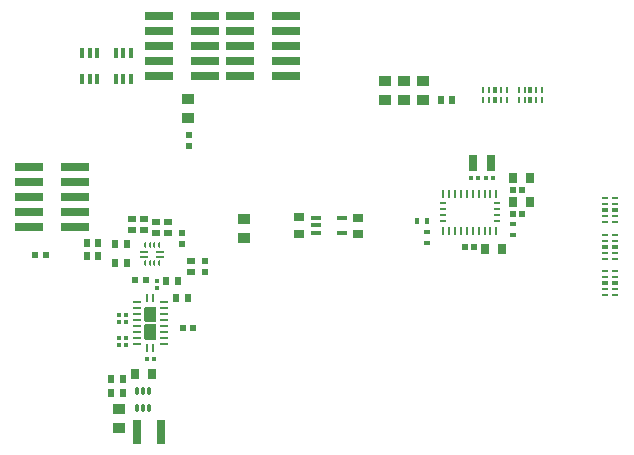
<source format=gbp>
G04*
G04 #@! TF.GenerationSoftware,Altium Limited,Altium Designer,22.1.2 (22)*
G04*
G04 Layer_Color=128*
%FSLAX44Y44*%
%MOMM*%
G71*
G04*
G04 #@! TF.SameCoordinates,1DDC4F2B-D6A1-42C8-8689-2AC68E1864CF*
G04*
G04*
G04 #@! TF.FilePolarity,Positive*
G04*
G01*
G75*
%ADD25R,0.5500X0.6500*%
G04:AMPARAMS|DCode=30|XSize=0.2mm|YSize=0.565mm|CornerRadius=0.05mm|HoleSize=0mm|Usage=FLASHONLY|Rotation=0.000|XOffset=0mm|YOffset=0mm|HoleType=Round|Shape=RoundedRectangle|*
%AMROUNDEDRECTD30*
21,1,0.2000,0.4650,0,0,0.0*
21,1,0.1000,0.5650,0,0,0.0*
1,1,0.1000,0.0500,-0.2325*
1,1,0.1000,-0.0500,-0.2325*
1,1,0.1000,-0.0500,0.2325*
1,1,0.1000,0.0500,0.2325*
%
%ADD30ROUNDEDRECTD30*%
G04:AMPARAMS|DCode=31|XSize=0.4mm|YSize=0.565mm|CornerRadius=0.05mm|HoleSize=0mm|Usage=FLASHONLY|Rotation=0.000|XOffset=0mm|YOffset=0mm|HoleType=Round|Shape=RoundedRectangle|*
%AMROUNDEDRECTD31*
21,1,0.4000,0.4650,0,0,0.0*
21,1,0.3000,0.5650,0,0,0.0*
1,1,0.1000,0.1500,-0.2325*
1,1,0.1000,-0.1500,-0.2325*
1,1,0.1000,-0.1500,0.2325*
1,1,0.1000,0.1500,0.2325*
%
%ADD31ROUNDEDRECTD31*%
%ADD34R,1.0000X0.9000*%
%ADD93R,0.3600X0.3200*%
%ADD94R,0.3200X0.3600*%
G04:AMPARAMS|DCode=95|XSize=0.25mm|YSize=0.6mm|CornerRadius=0.025mm|HoleSize=0mm|Usage=FLASHONLY|Rotation=90.000|XOffset=0mm|YOffset=0mm|HoleType=Round|Shape=RoundedRectangle|*
%AMROUNDEDRECTD95*
21,1,0.2500,0.5500,0,0,90.0*
21,1,0.2000,0.6000,0,0,90.0*
1,1,0.0500,0.2750,0.1000*
1,1,0.0500,0.2750,-0.1000*
1,1,0.0500,-0.2750,-0.1000*
1,1,0.0500,-0.2750,0.1000*
%
%ADD95ROUNDEDRECTD95*%
G04:AMPARAMS|DCode=96|XSize=0.25mm|YSize=0.6mm|CornerRadius=0.025mm|HoleSize=0mm|Usage=FLASHONLY|Rotation=180.000|XOffset=0mm|YOffset=0mm|HoleType=Round|Shape=RoundedRectangle|*
%AMROUNDEDRECTD96*
21,1,0.2500,0.5500,0,0,180.0*
21,1,0.2000,0.6000,0,0,180.0*
1,1,0.0500,-0.1000,0.2750*
1,1,0.0500,0.1000,0.2750*
1,1,0.0500,0.1000,-0.2750*
1,1,0.0500,-0.1000,-0.2750*
%
%ADD96ROUNDEDRECTD96*%
%ADD98R,0.6200X0.6200*%
%ADD99R,0.7500X1.4000*%
G04:AMPARAMS|DCode=100|XSize=0.2mm|YSize=0.7mm|CornerRadius=0.05mm|HoleSize=0mm|Usage=FLASHONLY|Rotation=270.000|XOffset=0mm|YOffset=0mm|HoleType=Round|Shape=RoundedRectangle|*
%AMROUNDEDRECTD100*
21,1,0.2000,0.6000,0,0,270.0*
21,1,0.1000,0.7000,0,0,270.0*
1,1,0.1000,-0.3000,-0.0500*
1,1,0.1000,-0.3000,0.0500*
1,1,0.1000,0.3000,0.0500*
1,1,0.1000,0.3000,-0.0500*
%
%ADD100ROUNDEDRECTD100*%
G04:AMPARAMS|DCode=101|XSize=0.2mm|YSize=0.5mm|CornerRadius=0.05mm|HoleSize=0mm|Usage=FLASHONLY|Rotation=180.000|XOffset=0mm|YOffset=0mm|HoleType=Round|Shape=RoundedRectangle|*
%AMROUNDEDRECTD101*
21,1,0.2000,0.4000,0,0,180.0*
21,1,0.1000,0.5000,0,0,180.0*
1,1,0.1000,-0.0500,0.2000*
1,1,0.1000,0.0500,0.2000*
1,1,0.1000,0.0500,-0.2000*
1,1,0.1000,-0.0500,-0.2000*
%
%ADD101ROUNDEDRECTD101*%
%ADD102R,0.2500X0.6750*%
%ADD103R,0.5750X0.2500*%
%ADD105R,0.3500X0.8500*%
G04:AMPARAMS|DCode=106|XSize=0.3mm|YSize=0.67mm|CornerRadius=0.0495mm|HoleSize=0mm|Usage=FLASHONLY|Rotation=180.000|XOffset=0mm|YOffset=0mm|HoleType=Round|Shape=RoundedRectangle|*
%AMROUNDEDRECTD106*
21,1,0.3000,0.5710,0,0,180.0*
21,1,0.2010,0.6700,0,0,180.0*
1,1,0.0990,-0.1005,0.2855*
1,1,0.0990,0.1005,0.2855*
1,1,0.0990,0.1005,-0.2855*
1,1,0.0990,-0.1005,-0.2855*
%
%ADD106ROUNDEDRECTD106*%
%ADD107R,0.6500X0.5500*%
%ADD108R,0.7000X0.9000*%
%ADD109R,0.5500X0.4500*%
%ADD110R,0.4500X0.5500*%
%ADD111R,0.8000X2.0000*%
%ADD112R,2.4000X0.7600*%
G04:AMPARAMS|DCode=113|XSize=0.2mm|YSize=0.565mm|CornerRadius=0.05mm|HoleSize=0mm|Usage=FLASHONLY|Rotation=90.000|XOffset=0mm|YOffset=0mm|HoleType=Round|Shape=RoundedRectangle|*
%AMROUNDEDRECTD113*
21,1,0.2000,0.4650,0,0,90.0*
21,1,0.1000,0.5650,0,0,90.0*
1,1,0.1000,0.2325,0.0500*
1,1,0.1000,0.2325,-0.0500*
1,1,0.1000,-0.2325,-0.0500*
1,1,0.1000,-0.2325,0.0500*
%
%ADD113ROUNDEDRECTD113*%
G04:AMPARAMS|DCode=114|XSize=0.4mm|YSize=0.565mm|CornerRadius=0.05mm|HoleSize=0mm|Usage=FLASHONLY|Rotation=90.000|XOffset=0mm|YOffset=0mm|HoleType=Round|Shape=RoundedRectangle|*
%AMROUNDEDRECTD114*
21,1,0.4000,0.4650,0,0,90.0*
21,1,0.3000,0.5650,0,0,90.0*
1,1,0.1000,0.2325,0.1500*
1,1,0.1000,0.2325,-0.1500*
1,1,0.1000,-0.2325,-0.1500*
1,1,0.1000,-0.2325,0.1500*
%
%ADD114ROUNDEDRECTD114*%
%ADD115R,0.6200X0.6200*%
%ADD116R,0.5200X0.5200*%
%ADD117R,0.9000X0.7000*%
%ADD142R,0.8500X0.3500*%
G36*
X116000Y105000D02*
Y104801D01*
X116152Y104434D01*
X116434Y104152D01*
X116801Y104000D01*
X117000D01*
D01*
X125000D01*
X125199D01*
X125567Y104152D01*
X125848Y104434D01*
X126000Y104801D01*
Y105000D01*
D01*
Y116000D01*
Y116199D01*
X125848Y116567D01*
X125567Y116848D01*
X125199Y117000D01*
X125000D01*
D01*
X117000D01*
X116801D01*
X116434Y116848D01*
X116152Y116567D01*
X116000Y116199D01*
Y116000D01*
D01*
Y105000D01*
D02*
G37*
G36*
X126000Y131000D02*
Y131199D01*
X125848Y131567D01*
X125567Y131848D01*
X125199Y132000D01*
X125000D01*
D01*
X117000D01*
X116801D01*
X116434Y131848D01*
X116152Y131567D01*
X116000Y131199D01*
Y131000D01*
D01*
Y120000D01*
Y119801D01*
X116152Y119434D01*
X116434Y119152D01*
X116801Y119000D01*
X117000D01*
D01*
X125000D01*
X125199D01*
X125567Y119152D01*
X125848Y119434D01*
X126000Y119801D01*
Y120000D01*
D01*
Y131000D01*
D02*
G37*
D25*
X366700Y306500D02*
D03*
X376700D02*
D03*
X67000Y186000D02*
D03*
X77000D02*
D03*
X67000Y175000D02*
D03*
X77000D02*
D03*
X101000Y185000D02*
D03*
X91000D02*
D03*
X101000Y169000D02*
D03*
X91000D02*
D03*
X144501Y153249D02*
D03*
X134501D02*
D03*
X153000Y139000D02*
D03*
X143000D02*
D03*
X97900Y70300D02*
D03*
X87900D02*
D03*
X88000Y58600D02*
D03*
X98000D02*
D03*
D30*
X422900Y315125D02*
D03*
X417900D02*
D03*
X407900D02*
D03*
X402900D02*
D03*
Y306775D02*
D03*
X407900D02*
D03*
X417900D02*
D03*
X422900D02*
D03*
X452800Y315125D02*
D03*
X447800D02*
D03*
X437800D02*
D03*
X432800D02*
D03*
Y306775D02*
D03*
X437800D02*
D03*
X447800D02*
D03*
X452800D02*
D03*
D31*
X412900Y315125D02*
D03*
Y306775D02*
D03*
X442800Y315125D02*
D03*
Y306775D02*
D03*
D34*
X336000Y306800D02*
D03*
Y322800D02*
D03*
X352000Y306800D02*
D03*
Y322800D02*
D03*
X319700Y306800D02*
D03*
Y322800D02*
D03*
X153000Y291500D02*
D03*
Y307500D02*
D03*
X200000Y206000D02*
D03*
Y190000D02*
D03*
X94700Y29000D02*
D03*
Y45000D02*
D03*
D93*
X123843Y87562D02*
D03*
X118243D02*
D03*
X100301Y99249D02*
D03*
X94701D02*
D03*
X100301Y105249D02*
D03*
X94701D02*
D03*
X100301Y119249D02*
D03*
X94701D02*
D03*
X100301Y125249D02*
D03*
X94701D02*
D03*
X405476Y240664D02*
D03*
X411076D02*
D03*
X398122D02*
D03*
X392522D02*
D03*
D94*
X126554Y147770D02*
D03*
Y153370D02*
D03*
D95*
X109500Y130500D02*
D03*
Y135500D02*
D03*
Y110500D02*
D03*
Y115500D02*
D03*
Y120500D02*
D03*
Y125500D02*
D03*
Y100500D02*
D03*
Y105500D02*
D03*
X132500Y100500D02*
D03*
Y115500D02*
D03*
Y120500D02*
D03*
Y135500D02*
D03*
Y110500D02*
D03*
Y105500D02*
D03*
Y130500D02*
D03*
Y125500D02*
D03*
D96*
X123500Y139500D02*
D03*
X118500D02*
D03*
Y96500D02*
D03*
X123500D02*
D03*
D98*
X147600Y185000D02*
D03*
Y194000D02*
D03*
X167000Y161500D02*
D03*
Y170500D02*
D03*
X154000Y268024D02*
D03*
Y277024D02*
D03*
D99*
X394523Y253930D02*
D03*
X409123D02*
D03*
D100*
X116002Y174249D02*
D03*
Y178249D02*
D03*
X129002D02*
D03*
Y174249D02*
D03*
D101*
X116502Y183748D02*
D03*
X120502D02*
D03*
X124502D02*
D03*
X128502D02*
D03*
Y168748D02*
D03*
X124502D02*
D03*
X120502D02*
D03*
X116502D02*
D03*
D102*
X413996Y227511D02*
D03*
X368996D02*
D03*
X373996D02*
D03*
X378996D02*
D03*
X383996D02*
D03*
X388996D02*
D03*
X393996D02*
D03*
X398996D02*
D03*
X403996D02*
D03*
X408996D02*
D03*
X413996Y196261D02*
D03*
X408996D02*
D03*
X403996D02*
D03*
X398996D02*
D03*
X393996D02*
D03*
X388996D02*
D03*
X383996D02*
D03*
X378996D02*
D03*
X373996D02*
D03*
X368996D02*
D03*
D103*
X368371Y204386D02*
D03*
Y209386D02*
D03*
Y214386D02*
D03*
Y219386D02*
D03*
X414621D02*
D03*
Y214386D02*
D03*
Y209386D02*
D03*
Y204386D02*
D03*
D105*
X76000Y324803D02*
D03*
X69500D02*
D03*
X63000D02*
D03*
Y346802D02*
D03*
X69500D02*
D03*
X76000D02*
D03*
X104501Y324803D02*
D03*
X98001D02*
D03*
X91501D02*
D03*
Y346802D02*
D03*
X98001D02*
D03*
X104501D02*
D03*
D106*
X110100Y46100D02*
D03*
X120100D02*
D03*
Y60900D02*
D03*
X115100D02*
D03*
X110100D02*
D03*
X115100Y46100D02*
D03*
D107*
X136000Y194000D02*
D03*
Y204000D02*
D03*
X126000Y194000D02*
D03*
Y204000D02*
D03*
X155000Y171000D02*
D03*
Y161000D02*
D03*
X115501Y206499D02*
D03*
Y196499D02*
D03*
X105501Y206499D02*
D03*
Y196499D02*
D03*
D108*
X404367Y180890D02*
D03*
X418367D02*
D03*
X428198Y241088D02*
D03*
X442197D02*
D03*
X428198Y220588D02*
D03*
X442197D02*
D03*
X122000Y74800D02*
D03*
X108000D02*
D03*
D109*
X427844Y192788D02*
D03*
Y201788D02*
D03*
X355194Y195038D02*
D03*
Y186038D02*
D03*
D110*
X355444Y204388D02*
D03*
X346444D02*
D03*
D111*
X109800Y25500D02*
D03*
X129800D02*
D03*
D112*
X128500Y327600D02*
D03*
Y340300D02*
D03*
Y353000D02*
D03*
Y365700D02*
D03*
Y378400D02*
D03*
X167500Y327600D02*
D03*
Y340300D02*
D03*
Y353000D02*
D03*
Y365700D02*
D03*
Y378400D02*
D03*
X196500Y327600D02*
D03*
Y340300D02*
D03*
Y353000D02*
D03*
Y365700D02*
D03*
Y378400D02*
D03*
X235500Y327600D02*
D03*
Y340300D02*
D03*
Y353000D02*
D03*
Y365700D02*
D03*
Y378400D02*
D03*
X57500Y250400D02*
D03*
Y237700D02*
D03*
Y225000D02*
D03*
Y212300D02*
D03*
Y199600D02*
D03*
X18500Y250400D02*
D03*
Y237700D02*
D03*
Y225000D02*
D03*
Y212300D02*
D03*
Y199600D02*
D03*
D113*
X514700Y203600D02*
D03*
Y208600D02*
D03*
Y218600D02*
D03*
Y223600D02*
D03*
X506350D02*
D03*
Y218600D02*
D03*
Y208600D02*
D03*
Y203600D02*
D03*
X514700Y172400D02*
D03*
Y177400D02*
D03*
Y187400D02*
D03*
Y192400D02*
D03*
X506350D02*
D03*
Y187400D02*
D03*
Y177400D02*
D03*
Y172400D02*
D03*
X514700Y141800D02*
D03*
Y146800D02*
D03*
Y156800D02*
D03*
Y161800D02*
D03*
X506350D02*
D03*
Y156800D02*
D03*
Y146800D02*
D03*
Y141800D02*
D03*
D114*
X514700Y213600D02*
D03*
X506350D02*
D03*
X514700Y182400D02*
D03*
X506350D02*
D03*
X514700Y151800D02*
D03*
X506350D02*
D03*
D115*
X23694Y175768D02*
D03*
X32694D02*
D03*
X117001Y154249D02*
D03*
X108001D02*
D03*
X157336Y113538D02*
D03*
X148336D02*
D03*
D116*
X394988Y182676D02*
D03*
X386988D02*
D03*
X435844Y210195D02*
D03*
X427844D02*
D03*
X435844Y230886D02*
D03*
X427844D02*
D03*
D117*
X296844Y193088D02*
D03*
Y207088D02*
D03*
X247224Y193710D02*
D03*
Y207710D02*
D03*
D142*
X261370Y200710D02*
D03*
Y194210D02*
D03*
X283370D02*
D03*
X261370Y207210D02*
D03*
X283370D02*
D03*
M02*

</source>
